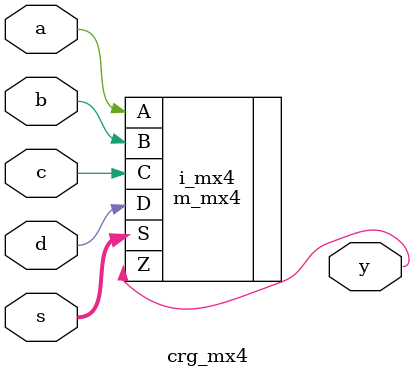
<source format=v>
module crg_mx4 (a, b, c, d, s, y);
   input             a;  // Data a input
   input             b;  // Data b input
   input             c;  // Data c input
   input             d;  // Data d input

   input  wire [1:0] s;  // Select input
   output            y;  // MUX data ouput.
   wire              y;

   m_mx4 i_mx4(.A(a), .B(b), .C(c), .D(d), .S(s), .Z(y));

endmodule // crg_mx4

</source>
